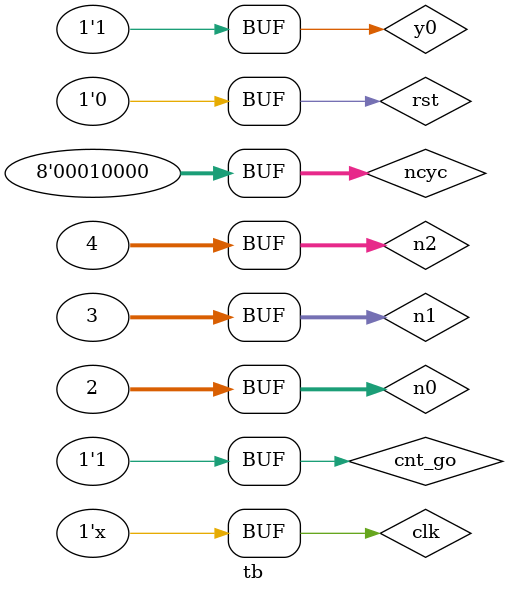
<source format=v>

`timescale 1ns/1ns

`define TEST_CASE_16_2_3_4
// `define TEST_CASE_16_1_3_4

module tb;
   
   //////////////////////////////////////////////////////////////////////
   // I/O
   //////////////////////////////////////////////////////////////////////   
   parameter CLK_PERIOD = 10;
   reg clk;
   reg rst;

   // Connections
   /*AUTOWIRE*/
   // Beginning of automatic wires (for undeclared instantiated-module outputs)
   wire			ack;			// From SERIAL_CK_0 of serial_ck.v
   wire			y;			// From SERIAL_CK_0 of serial_ck.v
   // End of automatics
   /*AUTOREGINPUT*/
   // Beginning of automatic reg inputs (for undeclared instantiated-module inputs)
   reg [31:0] 		n0;			// To SERIAL_CK_0 of serial_ck.v
   reg [31:0]		n1;			// To SERIAL_CK_0 of serial_ck.v
   reg [31:0]		n2;			// To SERIAL_CK_0 of serial_ck.v
   reg [7:0]		ncyc;			// To SERIAL_CK_0 of serial_ck.v
   reg			y0;			// To SERIAL_CK_0 of serial_ck.v
   reg [31:0] 		cnt; 
   // End of automatics
   
   //////////////////////////////////////////////////////////////////////
   // Clock Driver
   //////////////////////////////////////////////////////////////////////
   always @(clk)
     #(CLK_PERIOD / 2.0) clk <= !clk;
   				   
   //////////////////////////////////////////////////////////////////////
   // Simulated interfaces
   //////////////////////////////////////////////////////////////////////   
      
   //////////////////////////////////////////////////////////////////////
   // UUT
   //////////////////////////////////////////////////////////////////////   
   serial_ck SERIAL_CK_0(/*AUTOINST*/
			 // Outputs
			 .ack			(ack),
			 .y			(y),
			 // Inputs
			 .clk			(clk),
			 .rst			(rst),
			 .cnt                   (cnt),
			 .y0			(y0),
			 .ncyc			(ncyc[7:0]),
			 .n0			(n0[31:0]),
			 .n1			(n1[31:0]),
			 .n2			(n2[31:0]));
   
   //////////////////////////////////////////////////////////////////////
   // Testbench
   //////////////////////////////////////////////////////////////////////   
   initial
     begin
	// Initializations
	clk = 1'b0;
	rst = 1'b1;
     end

   //////////////////////////////////////////////////////////////////////
   // Test case
   //////////////////////////////////////////////////////////////////////   
   `ifdef TEST_CASE_16_2_3_4
   reg cnt_go;
   always @(posedge clk) if(cnt_go) cnt <= cnt + 1; else cnt <= 0; 
   initial
     begin
	cnt = 0; 
	rst = 1;
	clk = 0;
	cnt_go <= 0; 
	ncyc <= 16;
	n0 <= 2;
	n1 <= 3;
	n2 <= 4;
	y0 <= 1; 
	// Reset	
	#(10 * CLK_PERIOD);
	rst = 1'b0;
	#(20* CLK_PERIOD);

	// Logging
	$display("");
	$display("------------------------------------------------------");
	$display("Test Case: TEST_CASE_16_2_3_4_5");

	cnt_go = 1; 
	
	// Stimulate UUT
     end
   `endif

   `ifdef TEST_CASE_16_1_3_4
   reg cnt_go;
   always @(posedge clk) if(cnt_go) cnt <= cnt + 1; else cnt <= 0; 
   initial
     begin
	cnt = 0; 
	rst = 1;
	clk = 0;
	cnt_go <= 0; 
	ncyc <= 16;
	n0 <= 1;
	n1 <= 3;
	n2 <= 4;
	y0 <= 1; 
	// Reset	
	#(10 * CLK_PERIOD);
	rst = 1'b0;
	#(20* CLK_PERIOD);

	// Logging
	$display("");
	$display("------------------------------------------------------");
	$display("Test Case: TEST_CASE_16_2_3_4_5");

	cnt_go = 1; 
	
	// Stimulate UUT
     end
   `endif

   
   //////////////////////////////////////////////////////////////////////
   // Tasks (e.g., writing data, etc.)
   //////////////////////////////////////////////////////////////////////   
   
   
   
endmodule

// Local Variables:
// verilog-library-flags:("-y ../")
// End:
   

</source>
